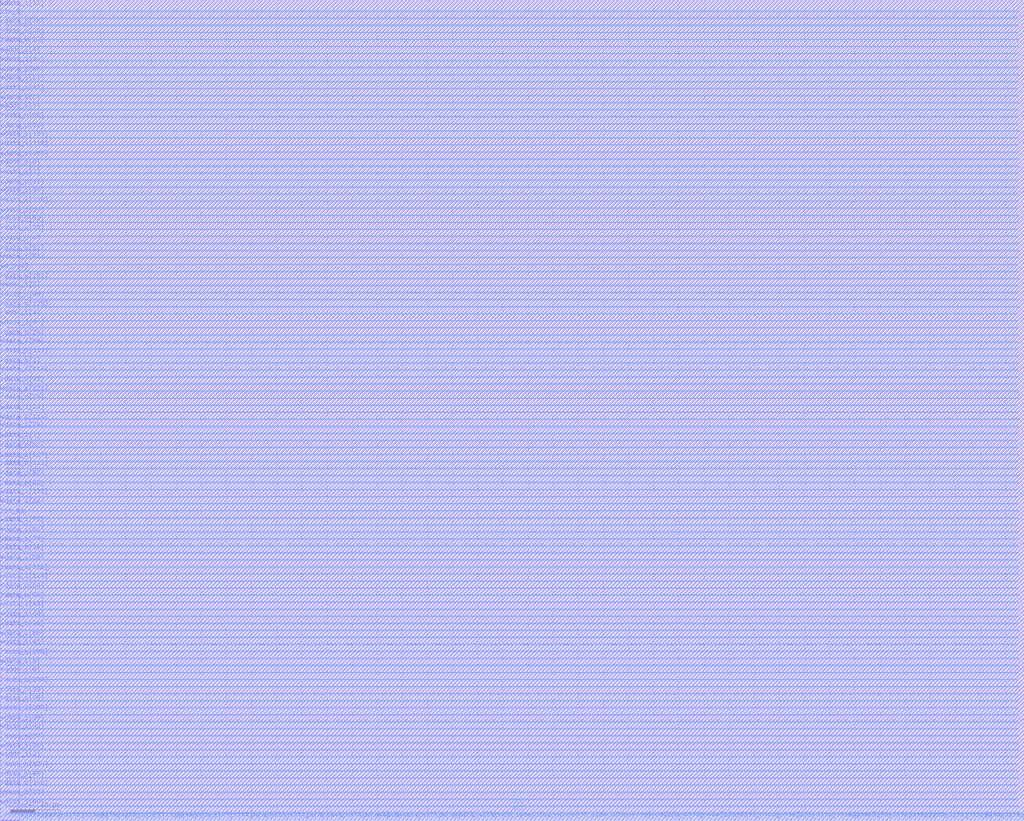
<source format=lef>
VERSION 5.8 ;
BUSBITCHARS "[]" ;
DIVIDERCHAR "/" ;
UNITS
    DATABASE MICRONS 2000 ;
END UNITS

MACRO ariane_regfile
  FOREIGN ariane_regfile 0 0 ;
  CLASS BLOCK ;
  SIZE 203.65 BY 163.32 ;
  PIN VSS
    USE GROUND ;
    DIRECTION INOUT ;
    PORT
      LAYER metal4 ;
        RECT  1.14 160.915 202.54 161.085 ;
        RECT  1.14 158.115 202.54 158.285 ;
        RECT  1.14 155.315 202.54 155.485 ;
        RECT  1.14 152.515 202.54 152.685 ;
        RECT  1.14 149.715 202.54 149.885 ;
        RECT  1.14 146.915 202.54 147.085 ;
        RECT  1.14 144.115 202.54 144.285 ;
        RECT  1.14 141.315 202.54 141.485 ;
        RECT  1.14 138.515 202.54 138.685 ;
        RECT  1.14 135.715 202.54 135.885 ;
        RECT  1.14 132.915 202.54 133.085 ;
        RECT  1.14 130.115 202.54 130.285 ;
        RECT  1.14 127.315 202.54 127.485 ;
        RECT  1.14 124.515 202.54 124.685 ;
        RECT  1.14 121.715 202.54 121.885 ;
        RECT  1.14 118.915 202.54 119.085 ;
        RECT  1.14 116.115 202.54 116.285 ;
        RECT  1.14 113.315 202.54 113.485 ;
        RECT  1.14 110.515 202.54 110.685 ;
        RECT  1.14 107.715 202.54 107.885 ;
        RECT  1.14 104.915 202.54 105.085 ;
        RECT  1.14 102.115 202.54 102.285 ;
        RECT  1.14 99.315 202.54 99.485 ;
        RECT  1.14 96.515 202.54 96.685 ;
        RECT  1.14 93.715 202.54 93.885 ;
        RECT  1.14 90.915 202.54 91.085 ;
        RECT  1.14 88.115 202.54 88.285 ;
        RECT  1.14 85.315 202.54 85.485 ;
        RECT  1.14 82.515 202.54 82.685 ;
        RECT  1.14 79.715 202.54 79.885 ;
        RECT  1.14 76.915 202.54 77.085 ;
        RECT  1.14 74.115 202.54 74.285 ;
        RECT  1.14 71.315 202.54 71.485 ;
        RECT  1.14 68.515 202.54 68.685 ;
        RECT  1.14 65.715 202.54 65.885 ;
        RECT  1.14 62.915 202.54 63.085 ;
        RECT  1.14 60.115 202.54 60.285 ;
        RECT  1.14 57.315 202.54 57.485 ;
        RECT  1.14 54.515 202.54 54.685 ;
        RECT  1.14 51.715 202.54 51.885 ;
        RECT  1.14 48.915 202.54 49.085 ;
        RECT  1.14 46.115 202.54 46.285 ;
        RECT  1.14 43.315 202.54 43.485 ;
        RECT  1.14 40.515 202.54 40.685 ;
        RECT  1.14 37.715 202.54 37.885 ;
        RECT  1.14 34.915 202.54 35.085 ;
        RECT  1.14 32.115 202.54 32.285 ;
        RECT  1.14 29.315 202.54 29.485 ;
        RECT  1.14 26.515 202.54 26.685 ;
        RECT  1.14 23.715 202.54 23.885 ;
        RECT  1.14 20.915 202.54 21.085 ;
        RECT  1.14 18.115 202.54 18.285 ;
        RECT  1.14 15.315 202.54 15.485 ;
        RECT  1.14 12.515 202.54 12.685 ;
        RECT  1.14 9.715 202.54 9.885 ;
        RECT  1.14 6.915 202.54 7.085 ;
        RECT  1.14 4.115 202.54 4.285 ;
        RECT  1.14 1.315 202.54 1.485 ;
    END
  END VSS
  PIN VDD
    USE POWER ;
    DIRECTION INOUT ;
    PORT
      LAYER metal4 ;
        RECT  1.14 159.515 202.54 159.685 ;
        RECT  1.14 156.715 202.54 156.885 ;
        RECT  1.14 153.915 202.54 154.085 ;
        RECT  1.14 151.115 202.54 151.285 ;
        RECT  1.14 148.315 202.54 148.485 ;
        RECT  1.14 145.515 202.54 145.685 ;
        RECT  1.14 142.715 202.54 142.885 ;
        RECT  1.14 139.915 202.54 140.085 ;
        RECT  1.14 137.115 202.54 137.285 ;
        RECT  1.14 134.315 202.54 134.485 ;
        RECT  1.14 131.515 202.54 131.685 ;
        RECT  1.14 128.715 202.54 128.885 ;
        RECT  1.14 125.915 202.54 126.085 ;
        RECT  1.14 123.115 202.54 123.285 ;
        RECT  1.14 120.315 202.54 120.485 ;
        RECT  1.14 117.515 202.54 117.685 ;
        RECT  1.14 114.715 202.54 114.885 ;
        RECT  1.14 111.915 202.54 112.085 ;
        RECT  1.14 109.115 202.54 109.285 ;
        RECT  1.14 106.315 202.54 106.485 ;
        RECT  1.14 103.515 202.54 103.685 ;
        RECT  1.14 100.715 202.54 100.885 ;
        RECT  1.14 97.915 202.54 98.085 ;
        RECT  1.14 95.115 202.54 95.285 ;
        RECT  1.14 92.315 202.54 92.485 ;
        RECT  1.14 89.515 202.54 89.685 ;
        RECT  1.14 86.715 202.54 86.885 ;
        RECT  1.14 83.915 202.54 84.085 ;
        RECT  1.14 81.115 202.54 81.285 ;
        RECT  1.14 78.315 202.54 78.485 ;
        RECT  1.14 75.515 202.54 75.685 ;
        RECT  1.14 72.715 202.54 72.885 ;
        RECT  1.14 69.915 202.54 70.085 ;
        RECT  1.14 67.115 202.54 67.285 ;
        RECT  1.14 64.315 202.54 64.485 ;
        RECT  1.14 61.515 202.54 61.685 ;
        RECT  1.14 58.715 202.54 58.885 ;
        RECT  1.14 55.915 202.54 56.085 ;
        RECT  1.14 53.115 202.54 53.285 ;
        RECT  1.14 50.315 202.54 50.485 ;
        RECT  1.14 47.515 202.54 47.685 ;
        RECT  1.14 44.715 202.54 44.885 ;
        RECT  1.14 41.915 202.54 42.085 ;
        RECT  1.14 39.115 202.54 39.285 ;
        RECT  1.14 36.315 202.54 36.485 ;
        RECT  1.14 33.515 202.54 33.685 ;
        RECT  1.14 30.715 202.54 30.885 ;
        RECT  1.14 27.915 202.54 28.085 ;
        RECT  1.14 25.115 202.54 25.285 ;
        RECT  1.14 22.315 202.54 22.485 ;
        RECT  1.14 19.515 202.54 19.685 ;
        RECT  1.14 16.715 202.54 16.885 ;
        RECT  1.14 13.915 202.54 14.085 ;
        RECT  1.14 11.115 202.54 11.285 ;
        RECT  1.14 8.315 202.54 8.485 ;
        RECT  1.14 5.515 202.54 5.685 ;
        RECT  1.14 2.715 202.54 2.885 ;
    END
  END VDD
  PIN clk_i
    DIRECTION INPUT ;
    USE SIGNAL ;
    PORT
      LAYER metal3 ;
        RECT  0 159.915 0.07 159.985 ;
    END
  END clk_i
  PIN raddr_i[0]
    DIRECTION INPUT ;
    USE SIGNAL ;
    PORT
      LAYER metal3 ;
        RECT  0 129.955 0.07 130.025 ;
    END
  END raddr_i[0]
  PIN raddr_i[1]
    DIRECTION INPUT ;
    USE SIGNAL ;
    PORT
      LAYER metal3 ;
        RECT  203.58 19.075 203.65 19.145 ;
    END
  END raddr_i[1]
  PIN raddr_i[2]
    DIRECTION INPUT ;
    USE SIGNAL ;
    PORT
      LAYER metal3 ;
        RECT  203.58 41.475 203.65 41.545 ;
    END
  END raddr_i[2]
  PIN raddr_i[3]
    DIRECTION INPUT ;
    USE SIGNAL ;
    PORT
      LAYER metal3 ;
        RECT  203.58 152.075 203.65 152.145 ;
    END
  END raddr_i[3]
  PIN raddr_i[4]
    DIRECTION INPUT ;
    USE SIGNAL ;
    PORT
      LAYER metal3 ;
        RECT  0 99.995 0.07 100.065 ;
    END
  END raddr_i[4]
  PIN raddr_i[5]
    DIRECTION INPUT ;
    USE SIGNAL ;
    PORT
      LAYER metal4 ;
        RECT  94.105 0 94.245 0.14 ;
    END
  END raddr_i[5]
  PIN raddr_i[6]
    DIRECTION INPUT ;
    USE SIGNAL ;
    PORT
      LAYER metal4 ;
        RECT  116.505 0 116.645 0.14 ;
    END
  END raddr_i[6]
  PIN raddr_i[7]
    DIRECTION INPUT ;
    USE SIGNAL ;
    PORT
      LAYER metal3 ;
        RECT  203.58 146.475 203.65 146.545 ;
    END
  END raddr_i[7]
  PIN raddr_i[8]
    DIRECTION INPUT ;
    USE SIGNAL ;
    PORT
      LAYER metal3 ;
        RECT  0 28.875 0.07 28.945 ;
    END
  END raddr_i[8]
  PIN raddr_i[9]
    DIRECTION INPUT ;
    USE SIGNAL ;
    PORT
      LAYER metal4 ;
        RECT  112.585 0 112.725 0.14 ;
    END
  END raddr_i[9]
  PIN rdata_o[0]
    DIRECTION OUTPUT ;
    USE SIGNAL ;
    PORT
      LAYER metal4 ;
        RECT  167.465 163.18 167.605 163.32 ;
    END
  END rdata_o[0]
  PIN rdata_o[100]
    DIRECTION OUTPUT ;
    USE SIGNAL ;
    PORT
      LAYER metal3 ;
        RECT  203.58 99.715 203.65 99.785 ;
    END
  END rdata_o[100]
  PIN rdata_o[101]
    DIRECTION OUTPUT ;
    USE SIGNAL ;
    PORT
      LAYER metal3 ;
        RECT  0 107.275 0.07 107.345 ;
    END
  END rdata_o[101]
  PIN rdata_o[102]
    DIRECTION OUTPUT ;
    USE SIGNAL ;
    PORT
      LAYER metal3 ;
        RECT  203.58 5.915 203.65 5.985 ;
    END
  END rdata_o[102]
  PIN rdata_o[103]
    DIRECTION OUTPUT ;
    USE SIGNAL ;
    PORT
      LAYER metal4 ;
        RECT  67.785 0 67.925 0.14 ;
    END
  END rdata_o[103]
  PIN rdata_o[104]
    DIRECTION OUTPUT ;
    USE SIGNAL ;
    PORT
      LAYER metal3 ;
        RECT  0 26.915 0.07 26.985 ;
    END
  END rdata_o[104]
  PIN rdata_o[105]
    DIRECTION OUTPUT ;
    USE SIGNAL ;
    PORT
      LAYER metal3 ;
        RECT  203.58 86.555 203.65 86.625 ;
    END
  END rdata_o[105]
  PIN rdata_o[106]
    DIRECTION OUTPUT ;
    USE SIGNAL ;
    PORT
      LAYER metal3 ;
        RECT  0 32.515 0.07 32.585 ;
    END
  END rdata_o[106]
  PIN rdata_o[107]
    DIRECTION OUTPUT ;
    USE SIGNAL ;
    PORT
      LAYER metal4 ;
        RECT  62.745 163.18 62.885 163.32 ;
    END
  END rdata_o[107]
  PIN rdata_o[108]
    DIRECTION OUTPUT ;
    USE SIGNAL ;
    PORT
      LAYER metal3 ;
        RECT  0 6.475 0.07 6.545 ;
    END
  END rdata_o[108]
  PIN rdata_o[109]
    DIRECTION OUTPUT ;
    USE SIGNAL ;
    PORT
      LAYER metal4 ;
        RECT  10.105 163.18 10.245 163.32 ;
    END
  END rdata_o[109]
  PIN rdata_o[10]
    DIRECTION OUTPUT ;
    USE SIGNAL ;
    PORT
      LAYER metal3 ;
        RECT  203.58 24.675 203.65 24.745 ;
    END
  END rdata_o[10]
  PIN rdata_o[110]
    DIRECTION OUTPUT ;
    USE SIGNAL ;
    PORT
      LAYER metal3 ;
        RECT  0 49.315 0.07 49.385 ;
    END
  END rdata_o[110]
  PIN rdata_o[111]
    DIRECTION OUTPUT ;
    USE SIGNAL ;
    PORT
      LAYER metal3 ;
        RECT  0 70.035 0.07 70.105 ;
    END
  END rdata_o[111]
  PIN rdata_o[112]
    DIRECTION OUTPUT ;
    USE SIGNAL ;
    PORT
      LAYER metal3 ;
        RECT  203.58 108.955 203.65 109.025 ;
    END
  END rdata_o[112]
  PIN rdata_o[113]
    DIRECTION OUTPUT ;
    USE SIGNAL ;
    PORT
      LAYER metal3 ;
        RECT  0 92.435 0.07 92.505 ;
    END
  END rdata_o[113]
  PIN rdata_o[114]
    DIRECTION OUTPUT ;
    USE SIGNAL ;
    PORT
      LAYER metal3 ;
        RECT  203.58 34.195 203.65 34.265 ;
    END
  END rdata_o[114]
  PIN rdata_o[115]
    DIRECTION OUTPUT ;
    USE SIGNAL ;
    PORT
      LAYER metal4 ;
        RECT  77.865 163.18 78.005 163.32 ;
    END
  END rdata_o[115]
  PIN rdata_o[116]
    DIRECTION OUTPUT ;
    USE SIGNAL ;
    PORT
      LAYER metal4 ;
        RECT  81.225 163.18 81.365 163.32 ;
    END
  END rdata_o[116]
  PIN rdata_o[117]
    DIRECTION OUTPUT ;
    USE SIGNAL ;
    PORT
      LAYER metal3 ;
        RECT  203.58 13.475 203.65 13.545 ;
    END
  END rdata_o[117]
  PIN rdata_o[118]
    DIRECTION OUTPUT ;
    USE SIGNAL ;
    PORT
      LAYER metal4 ;
        RECT  156.265 163.18 156.405 163.32 ;
    END
  END rdata_o[118]
  PIN rdata_o[119]
    DIRECTION OUTPUT ;
    USE SIGNAL ;
    PORT
      LAYER metal3 ;
        RECT  203.58 112.595 203.65 112.665 ;
    END
  END rdata_o[119]
  PIN rdata_o[11]
    DIRECTION OUTPUT ;
    USE SIGNAL ;
    PORT
      LAYER metal4 ;
        RECT  85.145 163.18 85.285 163.32 ;
    END
  END rdata_o[11]
  PIN rdata_o[120]
    DIRECTION OUTPUT ;
    USE SIGNAL ;
    PORT
      LAYER metal3 ;
        RECT  0 10.115 0.07 10.185 ;
    END
  END rdata_o[120]
  PIN rdata_o[121]
    DIRECTION OUTPUT ;
    USE SIGNAL ;
    PORT
      LAYER metal4 ;
        RECT  70.025 163.18 70.165 163.32 ;
    END
  END rdata_o[121]
  PIN rdata_o[122]
    DIRECTION OUTPUT ;
    USE SIGNAL ;
    PORT
      LAYER metal3 ;
        RECT  203.58 114.555 203.65 114.625 ;
    END
  END rdata_o[122]
  PIN rdata_o[123]
    DIRECTION OUTPUT ;
    USE SIGNAL ;
    PORT
      LAYER metal3 ;
        RECT  203.58 9.835 203.65 9.905 ;
    END
  END rdata_o[123]
  PIN rdata_o[124]
    DIRECTION OUTPUT ;
    USE SIGNAL ;
    PORT
      LAYER metal3 ;
        RECT  203.58 159.355 203.65 159.425 ;
    END
  END rdata_o[124]
  PIN rdata_o[125]
    DIRECTION OUTPUT ;
    USE SIGNAL ;
    PORT
      LAYER metal3 ;
        RECT  0 101.675 0.07 101.745 ;
    END
  END rdata_o[125]
  PIN rdata_o[126]
    DIRECTION OUTPUT ;
    USE SIGNAL ;
    PORT
      LAYER metal3 ;
        RECT  203.58 4.235 203.65 4.305 ;
    END
  END rdata_o[126]
  PIN rdata_o[127]
    DIRECTION OUTPUT ;
    USE SIGNAL ;
    PORT
      LAYER metal3 ;
        RECT  203.58 21.035 203.65 21.105 ;
    END
  END rdata_o[127]
  PIN rdata_o[12]
    DIRECTION OUTPUT ;
    USE SIGNAL ;
    PORT
      LAYER metal4 ;
        RECT  148.985 163.18 149.125 163.32 ;
    END
  END rdata_o[12]
  PIN rdata_o[13]
    DIRECTION OUTPUT ;
    USE SIGNAL ;
    PORT
      LAYER metal3 ;
        RECT  0 154.315 0.07 154.385 ;
    END
  END rdata_o[13]
  PIN rdata_o[14]
    DIRECTION OUTPUT ;
    USE SIGNAL ;
    PORT
      LAYER metal3 ;
        RECT  203.58 155.715 203.65 155.785 ;
    END
  END rdata_o[14]
  PIN rdata_o[15]
    DIRECTION OUTPUT ;
    USE SIGNAL ;
    PORT
      LAYER metal4 ;
        RECT  71.145 0 71.285 0.14 ;
    END
  END rdata_o[15]
  PIN rdata_o[16]
    DIRECTION OUTPUT ;
    USE SIGNAL ;
    PORT
      LAYER metal3 ;
        RECT  203.58 52.955 203.65 53.025 ;
    END
  END rdata_o[16]
  PIN rdata_o[17]
    DIRECTION OUTPUT ;
    USE SIGNAL ;
    PORT
      LAYER metal3 ;
        RECT  0 126.035 0.07 126.105 ;
    END
  END rdata_o[17]
  PIN rdata_o[18]
    DIRECTION OUTPUT ;
    USE SIGNAL ;
    PORT
      LAYER metal4 ;
        RECT  40.345 163.18 40.485 163.32 ;
    END
  END rdata_o[18]
  PIN rdata_o[19]
    DIRECTION OUTPUT ;
    USE SIGNAL ;
    PORT
      LAYER metal3 ;
        RECT  203.58 123.795 203.65 123.865 ;
    END
  END rdata_o[19]
  PIN rdata_o[1]
    DIRECTION OUTPUT ;
    USE SIGNAL ;
    PORT
      LAYER metal3 ;
        RECT  0 90.475 0.07 90.545 ;
    END
  END rdata_o[1]
  PIN rdata_o[20]
    DIRECTION OUTPUT ;
    USE SIGNAL ;
    PORT
      LAYER metal3 ;
        RECT  0 96.075 0.07 96.145 ;
    END
  END rdata_o[20]
  PIN rdata_o[21]
    DIRECTION OUTPUT ;
    USE SIGNAL ;
    PORT
      LAYER metal4 ;
        RECT  47.625 163.18 47.765 163.32 ;
    END
  END rdata_o[21]
  PIN rdata_o[22]
    DIRECTION OUTPUT ;
    USE SIGNAL ;
    PORT
      LAYER metal3 ;
        RECT  0 24.955 0.07 25.025 ;
    END
  END rdata_o[22]
  PIN rdata_o[23]
    DIRECTION OUTPUT ;
    USE SIGNAL ;
    PORT
      LAYER metal3 ;
        RECT  203.58 67.795 203.65 67.865 ;
    END
  END rdata_o[23]
  PIN rdata_o[24]
    DIRECTION OUTPUT ;
    USE SIGNAL ;
    PORT
      LAYER metal4 ;
        RECT  14.025 163.18 14.165 163.32 ;
    END
  END rdata_o[24]
  PIN rdata_o[25]
    DIRECTION OUTPUT ;
    USE SIGNAL ;
    PORT
      LAYER metal4 ;
        RECT  194.905 0 195.045 0.14 ;
    END
  END rdata_o[25]
  PIN rdata_o[26]
    DIRECTION OUTPUT ;
    USE SIGNAL ;
    PORT
      LAYER metal3 ;
        RECT  203.58 78.995 203.65 79.065 ;
    END
  END rdata_o[26]
  PIN rdata_o[27]
    DIRECTION OUTPUT ;
    USE SIGNAL ;
    PORT
      LAYER metal3 ;
        RECT  0 15.715 0.07 15.785 ;
    END
  END rdata_o[27]
  PIN rdata_o[28]
    DIRECTION OUTPUT ;
    USE SIGNAL ;
    PORT
      LAYER metal3 ;
        RECT  0 116.795 0.07 116.865 ;
    END
  END rdata_o[28]
  PIN rdata_o[29]
    DIRECTION OUTPUT ;
    USE SIGNAL ;
    PORT
      LAYER metal3 ;
        RECT  0 155.995 0.07 156.065 ;
    END
  END rdata_o[29]
  PIN rdata_o[2]
    DIRECTION OUTPUT ;
    USE SIGNAL ;
    PORT
      LAYER metal3 ;
        RECT  203.58 136.955 203.65 137.025 ;
    END
  END rdata_o[2]
  PIN rdata_o[30]
    DIRECTION OUTPUT ;
    USE SIGNAL ;
    PORT
      LAYER metal4 ;
        RECT  15.145 0 15.285 0.14 ;
    END
  END rdata_o[30]
  PIN rdata_o[31]
    DIRECTION OUTPUT ;
    USE SIGNAL ;
    PORT
      LAYER metal3 ;
        RECT  0 86.835 0.07 86.905 ;
    END
  END rdata_o[31]
  PIN rdata_o[32]
    DIRECTION OUTPUT ;
    USE SIGNAL ;
    PORT
      LAYER metal3 ;
        RECT  203.58 127.715 203.65 127.785 ;
    END
  END rdata_o[32]
  PIN rdata_o[33]
    DIRECTION OUTPUT ;
    USE SIGNAL ;
    PORT
      LAYER metal4 ;
        RECT  48.745 0 48.885 0.14 ;
    END
  END rdata_o[33]
  PIN rdata_o[34]
    DIRECTION OUTPUT ;
    USE SIGNAL ;
    PORT
      LAYER metal3 ;
        RECT  203.58 45.395 203.65 45.465 ;
    END
  END rdata_o[34]
  PIN rdata_o[35]
    DIRECTION OUTPUT ;
    USE SIGNAL ;
    PORT
      LAYER metal3 ;
        RECT  203.58 138.915 203.65 138.985 ;
    END
  END rdata_o[35]
  PIN rdata_o[36]
    DIRECTION OUTPUT ;
    USE SIGNAL ;
    PORT
      LAYER metal4 ;
        RECT  105.305 0 105.445 0.14 ;
    END
  END rdata_o[36]
  PIN rdata_o[37]
    DIRECTION OUTPUT ;
    USE SIGNAL ;
    PORT
      LAYER metal4 ;
        RECT  6.745 163.18 6.885 163.32 ;
    END
  END rdata_o[37]
  PIN rdata_o[38]
    DIRECTION OUTPUT ;
    USE SIGNAL ;
    PORT
      LAYER metal4 ;
        RECT  63.865 0 64.005 0.14 ;
    END
  END rdata_o[38]
  PIN rdata_o[39]
    DIRECTION OUTPUT ;
    USE SIGNAL ;
    PORT
      LAYER metal4 ;
        RECT  189.865 163.18 190.005 163.32 ;
    END
  END rdata_o[39]
  PIN rdata_o[3]
    DIRECTION OUTPUT ;
    USE SIGNAL ;
    PORT
      LAYER metal3 ;
        RECT  203.58 22.995 203.65 23.065 ;
    END
  END rdata_o[3]
  PIN rdata_o[40]
    DIRECTION OUTPUT ;
    USE SIGNAL ;
    PORT
      LAYER metal4 ;
        RECT  190.985 0 191.125 0.14 ;
    END
  END rdata_o[40]
  PIN rdata_o[41]
    DIRECTION OUTPUT ;
    USE SIGNAL ;
    PORT
      LAYER metal4 ;
        RECT  89.065 163.18 89.205 163.32 ;
    END
  END rdata_o[41]
  PIN rdata_o[42]
    DIRECTION OUTPUT ;
    USE SIGNAL ;
    PORT
      LAYER metal3 ;
        RECT  203.58 110.915 203.65 110.985 ;
    END
  END rdata_o[42]
  PIN rdata_o[43]
    DIRECTION OUTPUT ;
    USE SIGNAL ;
    PORT
      LAYER metal4 ;
        RECT  185.945 163.18 186.085 163.32 ;
    END
  END rdata_o[43]
  PIN rdata_o[44]
    DIRECTION OUTPUT ;
    USE SIGNAL ;
    PORT
      LAYER metal4 ;
        RECT  111.465 163.18 111.605 163.32 ;
    END
  END rdata_o[44]
  PIN rdata_o[45]
    DIRECTION OUTPUT ;
    USE SIGNAL ;
    PORT
      LAYER metal3 ;
        RECT  0 8.155 0.07 8.225 ;
    END
  END rdata_o[45]
  PIN rdata_o[46]
    DIRECTION OUTPUT ;
    USE SIGNAL ;
    PORT
      LAYER metal4 ;
        RECT  58.825 163.18 58.965 163.32 ;
    END
  END rdata_o[46]
  PIN rdata_o[47]
    DIRECTION OUTPUT ;
    USE SIGNAL ;
    PORT
      LAYER metal3 ;
        RECT  203.58 56.595 203.65 56.665 ;
    END
  END rdata_o[47]
  PIN rdata_o[48]
    DIRECTION OUTPUT ;
    USE SIGNAL ;
    PORT
      LAYER metal4 ;
        RECT  59.945 0 60.085 0.14 ;
    END
  END rdata_o[48]
  PIN rdata_o[49]
    DIRECTION OUTPUT ;
    USE SIGNAL ;
    PORT
      LAYER metal4 ;
        RECT  30.265 0 30.405 0.14 ;
    END
  END rdata_o[49]
  PIN rdata_o[4]
    DIRECTION OUTPUT ;
    USE SIGNAL ;
    PORT
      LAYER metal3 ;
        RECT  0 114.835 0.07 114.905 ;
    END
  END rdata_o[4]
  PIN rdata_o[50]
    DIRECTION OUTPUT ;
    USE SIGNAL ;
    PORT
      LAYER metal4 ;
        RECT  21.305 163.18 21.445 163.32 ;
    END
  END rdata_o[50]
  PIN rdata_o[51]
    DIRECTION OUTPUT ;
    USE SIGNAL ;
    PORT
      LAYER metal3 ;
        RECT  0 112.875 0.07 112.945 ;
    END
  END rdata_o[51]
  PIN rdata_o[52]
    DIRECTION OUTPUT ;
    USE SIGNAL ;
    PORT
      LAYER metal3 ;
        RECT  0 118.755 0.07 118.825 ;
    END
  END rdata_o[52]
  PIN rdata_o[53]
    DIRECTION OUTPUT ;
    USE SIGNAL ;
    PORT
      LAYER metal4 ;
        RECT  129.945 163.18 130.085 163.32 ;
    END
  END rdata_o[53]
  PIN rdata_o[54]
    DIRECTION OUTPUT ;
    USE SIGNAL ;
    PORT
      LAYER metal3 ;
        RECT  0 43.715 0.07 43.785 ;
    END
  END rdata_o[54]
  PIN rdata_o[55]
    DIRECTION OUTPUT ;
    USE SIGNAL ;
    PORT
      LAYER metal3 ;
        RECT  0 139.195 0.07 139.265 ;
    END
  END rdata_o[55]
  PIN rdata_o[56]
    DIRECTION OUTPUT ;
    USE SIGNAL ;
    PORT
      LAYER metal3 ;
        RECT  203.58 131.355 203.65 131.425 ;
    END
  END rdata_o[56]
  PIN rdata_o[57]
    DIRECTION OUTPUT ;
    USE SIGNAL ;
    PORT
      LAYER metal4 ;
        RECT  86.265 0 86.405 0.14 ;
    END
  END rdata_o[57]
  PIN rdata_o[58]
    DIRECTION OUTPUT ;
    USE SIGNAL ;
    PORT
      LAYER metal3 ;
        RECT  203.58 32.235 203.65 32.305 ;
    END
  END rdata_o[58]
  PIN rdata_o[59]
    DIRECTION OUTPUT ;
    USE SIGNAL ;
    PORT
      LAYER metal4 ;
        RECT  82.905 0 83.045 0.14 ;
    END
  END rdata_o[59]
  PIN rdata_o[5]
    DIRECTION OUTPUT ;
    USE SIGNAL ;
    PORT
      LAYER metal4 ;
        RECT  182.585 163.18 182.725 163.32 ;
    END
  END rdata_o[5]
  PIN rdata_o[60]
    DIRECTION OUTPUT ;
    USE SIGNAL ;
    PORT
      LAYER metal4 ;
        RECT  55.465 163.18 55.605 163.32 ;
    END
  END rdata_o[60]
  PIN rdata_o[61]
    DIRECTION OUTPUT ;
    USE SIGNAL ;
    PORT
      LAYER metal3 ;
        RECT  203.58 103.355 203.65 103.425 ;
    END
  END rdata_o[61]
  PIN rdata_o[62]
    DIRECTION OUTPUT ;
    USE SIGNAL ;
    PORT
      LAYER metal3 ;
        RECT  203.58 54.635 203.65 54.705 ;
    END
  END rdata_o[62]
  PIN rdata_o[63]
    DIRECTION OUTPUT ;
    USE SIGNAL ;
    PORT
      LAYER metal3 ;
        RECT  0 73.675 0.07 73.745 ;
    END
  END rdata_o[63]
  PIN rdata_o[64]
    DIRECTION OUTPUT ;
    USE SIGNAL ;
    PORT
      LAYER metal3 ;
        RECT  0 45.675 0.07 45.745 ;
    END
  END rdata_o[64]
  PIN rdata_o[65]
    DIRECTION OUTPUT ;
    USE SIGNAL ;
    PORT
      LAYER metal4 ;
        RECT  45.385 0 45.525 0.14 ;
    END
  END rdata_o[65]
  PIN rdata_o[66]
    DIRECTION OUTPUT ;
    USE SIGNAL ;
    PORT
      LAYER metal4 ;
        RECT  146.185 0 146.325 0.14 ;
    END
  END rdata_o[66]
  PIN rdata_o[67]
    DIRECTION OUTPUT ;
    USE SIGNAL ;
    PORT
      LAYER metal4 ;
        RECT  179.785 0 179.925 0.14 ;
    END
  END rdata_o[67]
  PIN rdata_o[68]
    DIRECTION OUTPUT ;
    USE SIGNAL ;
    PORT
      LAYER metal4 ;
        RECT  25.225 163.18 25.365 163.32 ;
    END
  END rdata_o[68]
  PIN rdata_o[69]
    DIRECTION OUTPUT ;
    USE SIGNAL ;
    PORT
      LAYER metal3 ;
        RECT  203.58 144.515 203.65 144.585 ;
    END
  END rdata_o[69]
  PIN rdata_o[6]
    DIRECTION OUTPUT ;
    USE SIGNAL ;
    PORT
      LAYER metal4 ;
        RECT  108.665 0 108.805 0.14 ;
    END
  END rdata_o[6]
  PIN rdata_o[70]
    DIRECTION OUTPUT ;
    USE SIGNAL ;
    PORT
      LAYER metal3 ;
        RECT  203.58 26.635 203.65 26.705 ;
    END
  END rdata_o[70]
  PIN rdata_o[71]
    DIRECTION OUTPUT ;
    USE SIGNAL ;
    PORT
      LAYER metal3 ;
        RECT  0 137.235 0.07 137.305 ;
    END
  END rdata_o[71]
  PIN rdata_o[72]
    DIRECTION OUTPUT ;
    USE SIGNAL ;
    PORT
      LAYER metal4 ;
        RECT  29.145 163.18 29.285 163.32 ;
    END
  END rdata_o[72]
  PIN rdata_o[73]
    DIRECTION OUTPUT ;
    USE SIGNAL ;
    PORT
      LAYER metal3 ;
        RECT  203.58 35.875 203.65 35.945 ;
    END
  END rdata_o[73]
  PIN rdata_o[74]
    DIRECTION OUTPUT ;
    USE SIGNAL ;
    PORT
      LAYER metal4 ;
        RECT  134.985 0 135.125 0.14 ;
    END
  END rdata_o[74]
  PIN rdata_o[75]
    DIRECTION OUTPUT ;
    USE SIGNAL ;
    PORT
      LAYER metal3 ;
        RECT  203.58 120.155 203.65 120.225 ;
    END
  END rdata_o[75]
  PIN rdata_o[76]
    DIRECTION OUTPUT ;
    USE SIGNAL ;
    PORT
      LAYER metal4 ;
        RECT  131.065 0 131.205 0.14 ;
    END
  END rdata_o[76]
  PIN rdata_o[77]
    DIRECTION OUTPUT ;
    USE SIGNAL ;
    PORT
      LAYER metal4 ;
        RECT  160.185 163.18 160.325 163.32 ;
    END
  END rdata_o[77]
  PIN rdata_o[78]
    DIRECTION OUTPUT ;
    USE SIGNAL ;
    PORT
      LAYER metal3 ;
        RECT  0 157.955 0.07 158.025 ;
    END
  END rdata_o[78]
  PIN rdata_o[79]
    DIRECTION OUTPUT ;
    USE SIGNAL ;
    PORT
      LAYER metal3 ;
        RECT  0 83.195 0.07 83.265 ;
    END
  END rdata_o[79]
  PIN rdata_o[7]
    DIRECTION OUTPUT ;
    USE SIGNAL ;
    PORT
      LAYER metal4 ;
        RECT  36.425 163.18 36.565 163.32 ;
    END
  END rdata_o[7]
  PIN rdata_o[80]
    DIRECTION OUTPUT ;
    USE SIGNAL ;
    PORT
      LAYER metal4 ;
        RECT  122.665 163.18 122.805 163.32 ;
    END
  END rdata_o[80]
  PIN rdata_o[81]
    DIRECTION OUTPUT ;
    USE SIGNAL ;
    PORT
      LAYER metal3 ;
        RECT  203.58 37.835 203.65 37.905 ;
    END
  END rdata_o[81]
  PIN rdata_o[82]
    DIRECTION OUTPUT ;
    USE SIGNAL ;
    PORT
      LAYER metal3 ;
        RECT  0 66.115 0.07 66.185 ;
    END
  END rdata_o[82]
  PIN rdata_o[83]
    DIRECTION OUTPUT ;
    USE SIGNAL ;
    PORT
      LAYER metal4 ;
        RECT  43.705 163.18 43.845 163.32 ;
    END
  END rdata_o[83]
  PIN rdata_o[84]
    DIRECTION OUTPUT ;
    USE SIGNAL ;
    PORT
      LAYER metal3 ;
        RECT  203.58 106.995 203.65 107.065 ;
    END
  END rdata_o[84]
  PIN rdata_o[85]
    DIRECTION OUTPUT ;
    USE SIGNAL ;
    PORT
      LAYER metal4 ;
        RECT  100.265 163.18 100.405 163.32 ;
    END
  END rdata_o[85]
  PIN rdata_o[86]
    DIRECTION OUTPUT ;
    USE SIGNAL ;
    PORT
      LAYER metal4 ;
        RECT  2.825 163.18 2.965 163.32 ;
    END
  END rdata_o[86]
  PIN rdata_o[87]
    DIRECTION OUTPUT ;
    USE SIGNAL ;
    PORT
      LAYER metal4 ;
        RECT  165.225 0 165.365 0.14 ;
    END
  END rdata_o[87]
  PIN rdata_o[88]
    DIRECTION OUTPUT ;
    USE SIGNAL ;
    PORT
      LAYER metal3 ;
        RECT  0 103.635 0.07 103.705 ;
    END
  END rdata_o[88]
  PIN rdata_o[89]
    DIRECTION OUTPUT ;
    USE SIGNAL ;
    PORT
      LAYER metal4 ;
        RECT  34.185 0 34.325 0.14 ;
    END
  END rdata_o[89]
  PIN rdata_o[8]
    DIRECTION OUTPUT ;
    USE SIGNAL ;
    PORT
      LAYER metal3 ;
        RECT  203.58 43.435 203.65 43.505 ;
    END
  END rdata_o[8]
  PIN rdata_o[90]
    DIRECTION OUTPUT ;
    USE SIGNAL ;
    PORT
      LAYER metal3 ;
        RECT  203.58 84.595 203.65 84.665 ;
    END
  END rdata_o[90]
  PIN rdata_o[91]
    DIRECTION OUTPUT ;
    USE SIGNAL ;
    PORT
      LAYER metal3 ;
        RECT  203.58 90.195 203.65 90.265 ;
    END
  END rdata_o[91]
  PIN rdata_o[92]
    DIRECTION OUTPUT ;
    USE SIGNAL ;
    PORT
      LAYER metal4 ;
        RECT  103.625 163.18 103.765 163.32 ;
    END
  END rdata_o[92]
  PIN rdata_o[93]
    DIRECTION OUTPUT ;
    USE SIGNAL ;
    PORT
      LAYER metal3 ;
        RECT  203.58 73.395 203.65 73.465 ;
    END
  END rdata_o[93]
  PIN rdata_o[94]
    DIRECTION OUTPUT ;
    USE SIGNAL ;
    PORT
      LAYER metal3 ;
        RECT  203.58 75.355 203.65 75.425 ;
    END
  END rdata_o[94]
  PIN rdata_o[95]
    DIRECTION OUTPUT ;
    USE SIGNAL ;
    PORT
      LAYER metal3 ;
        RECT  0 23.275 0.07 23.345 ;
    END
  END rdata_o[95]
  PIN rdata_o[96]
    DIRECTION OUTPUT ;
    USE SIGNAL ;
    PORT
      LAYER metal3 ;
        RECT  203.58 105.315 203.65 105.385 ;
    END
  END rdata_o[96]
  PIN rdata_o[97]
    DIRECTION OUTPUT ;
    USE SIGNAL ;
    PORT
      LAYER metal3 ;
        RECT  0 68.075 0.07 68.145 ;
    END
  END rdata_o[97]
  PIN rdata_o[98]
    DIRECTION OUTPUT ;
    USE SIGNAL ;
    PORT
      LAYER metal3 ;
        RECT  0 53.235 0.07 53.305 ;
    END
  END rdata_o[98]
  PIN rdata_o[99]
    DIRECTION OUTPUT ;
    USE SIGNAL ;
    PORT
      LAYER metal4 ;
        RECT  150.105 0 150.245 0.14 ;
    END
  END rdata_o[99]
  PIN rdata_o[9]
    DIRECTION OUTPUT ;
    USE SIGNAL ;
    PORT
      LAYER metal4 ;
        RECT  101.385 0 101.525 0.14 ;
    END
  END rdata_o[9]
  PIN rst_ni
    DIRECTION INPUT ;
    USE SIGNAL ;
    PORT
      LAYER metal3 ;
        RECT  0 60.515 0.07 60.585 ;
    END
  END rst_ni
  PIN test_en_i
    DIRECTION INPUT ;
    USE SIGNAL ;
    PORT
      LAYER metal3 ;
        RECT  203.58 101.395 203.65 101.465 ;
    END
  END test_en_i
  PIN waddr_i[0]
    DIRECTION INPUT ;
    USE SIGNAL ;
    PORT
      LAYER metal3 ;
        RECT  203.58 11.515 203.65 11.585 ;
    END
  END waddr_i[0]
  PIN waddr_i[1]
    DIRECTION INPUT ;
    USE SIGNAL ;
    PORT
      LAYER metal4 ;
        RECT  201.065 163.18 201.205 163.32 ;
    END
  END waddr_i[1]
  PIN waddr_i[2]
    DIRECTION INPUT ;
    USE SIGNAL ;
    PORT
      LAYER metal3 ;
        RECT  0 12.075 0.07 12.145 ;
    END
  END waddr_i[2]
  PIN waddr_i[3]
    DIRECTION INPUT ;
    USE SIGNAL ;
    PORT
      LAYER metal3 ;
        RECT  0 105.595 0.07 105.665 ;
    END
  END waddr_i[3]
  PIN waddr_i[4]
    DIRECTION INPUT ;
    USE SIGNAL ;
    PORT
      LAYER metal3 ;
        RECT  0 152.355 0.07 152.425 ;
    END
  END waddr_i[4]
  PIN waddr_i[5]
    DIRECTION INPUT ;
    USE SIGNAL ;
    PORT
      LAYER metal3 ;
        RECT  203.58 118.195 203.65 118.265 ;
    END
  END waddr_i[5]
  PIN waddr_i[6]
    DIRECTION INPUT ;
    USE SIGNAL ;
    PORT
      LAYER metal4 ;
        RECT  137.785 163.18 137.925 163.32 ;
    END
  END waddr_i[6]
  PIN waddr_i[7]
    DIRECTION INPUT ;
    USE SIGNAL ;
    PORT
      LAYER metal3 ;
        RECT  0 141.155 0.07 141.225 ;
    END
  END waddr_i[7]
  PIN waddr_i[8]
    DIRECTION INPUT ;
    USE SIGNAL ;
    PORT
      LAYER metal4 ;
        RECT  154.025 0 154.165 0.14 ;
    END
  END waddr_i[8]
  PIN waddr_i[9]
    DIRECTION INPUT ;
    USE SIGNAL ;
    PORT
      LAYER metal3 ;
        RECT  203.58 50.995 203.65 51.065 ;
    END
  END waddr_i[9]
  PIN wdata_i[0]
    DIRECTION INPUT ;
    USE SIGNAL ;
    PORT
      LAYER metal3 ;
        RECT  203.58 71.435 203.65 71.505 ;
    END
  END wdata_i[0]
  PIN wdata_i[100]
    DIRECTION INPUT ;
    USE SIGNAL ;
    PORT
      LAYER metal3 ;
        RECT  0 21.315 0.07 21.385 ;
    END
  END wdata_i[100]
  PIN wdata_i[101]
    DIRECTION INPUT ;
    USE SIGNAL ;
    PORT
      LAYER metal4 ;
        RECT  174.745 163.18 174.885 163.32 ;
    END
  END wdata_i[101]
  PIN wdata_i[102]
    DIRECTION INPUT ;
    USE SIGNAL ;
    PORT
      LAYER metal4 ;
        RECT  96.345 163.18 96.485 163.32 ;
    END
  END wdata_i[102]
  PIN wdata_i[103]
    DIRECTION INPUT ;
    USE SIGNAL ;
    PORT
      LAYER metal3 ;
        RECT  203.58 69.755 203.65 69.825 ;
    END
  END wdata_i[103]
  PIN wdata_i[104]
    DIRECTION INPUT ;
    USE SIGNAL ;
    PORT
      LAYER metal3 ;
        RECT  203.58 142.555 203.65 142.625 ;
    END
  END wdata_i[104]
  PIN wdata_i[105]
    DIRECTION INPUT ;
    USE SIGNAL ;
    PORT
      LAYER metal3 ;
        RECT  203.58 58.555 203.65 58.625 ;
    END
  END wdata_i[105]
  PIN wdata_i[106]
    DIRECTION INPUT ;
    USE SIGNAL ;
    PORT
      LAYER metal4 ;
        RECT  161.305 0 161.445 0.14 ;
    END
  END wdata_i[106]
  PIN wdata_i[107]
    DIRECTION INPUT ;
    USE SIGNAL ;
    PORT
      LAYER metal3 ;
        RECT  0 131.635 0.07 131.705 ;
    END
  END wdata_i[107]
  PIN wdata_i[108]
    DIRECTION INPUT ;
    USE SIGNAL ;
    PORT
      LAYER metal3 ;
        RECT  203.58 15.435 203.65 15.505 ;
    END
  END wdata_i[108]
  PIN wdata_i[109]
    DIRECTION INPUT ;
    USE SIGNAL ;
    PORT
      LAYER metal3 ;
        RECT  203.58 153.755 203.65 153.825 ;
    END
  END wdata_i[109]
  PIN wdata_i[10]
    DIRECTION INPUT ;
    USE SIGNAL ;
    PORT
      LAYER metal4 ;
        RECT  198.825 0 198.965 0.14 ;
    END
  END wdata_i[10]
  PIN wdata_i[110]
    DIRECTION INPUT ;
    USE SIGNAL ;
    PORT
      LAYER metal3 ;
        RECT  0 133.595 0.07 133.665 ;
    END
  END wdata_i[110]
  PIN wdata_i[111]
    DIRECTION INPUT ;
    USE SIGNAL ;
    PORT
      LAYER metal4 ;
        RECT  26.345 0 26.485 0.14 ;
    END
  END wdata_i[111]
  PIN wdata_i[112]
    DIRECTION INPUT ;
    USE SIGNAL ;
    PORT
      LAYER metal3 ;
        RECT  0 88.795 0.07 88.865 ;
    END
  END wdata_i[112]
  PIN wdata_i[113]
    DIRECTION INPUT ;
    USE SIGNAL ;
    PORT
      LAYER metal4 ;
        RECT  119.865 0 120.005 0.14 ;
    END
  END wdata_i[113]
  PIN wdata_i[114]
    DIRECTION INPUT ;
    USE SIGNAL ;
    PORT
      LAYER metal3 ;
        RECT  0 79.275 0.07 79.345 ;
    END
  END wdata_i[114]
  PIN wdata_i[115]
    DIRECTION INPUT ;
    USE SIGNAL ;
    PORT
      LAYER metal3 ;
        RECT  0 122.395 0.07 122.465 ;
    END
  END wdata_i[115]
  PIN wdata_i[116]
    DIRECTION INPUT ;
    USE SIGNAL ;
    PORT
      LAYER metal3 ;
        RECT  203.58 2.275 203.65 2.345 ;
    END
  END wdata_i[116]
  PIN wdata_i[117]
    DIRECTION INPUT ;
    USE SIGNAL ;
    PORT
      LAYER metal4 ;
        RECT  141.145 163.18 141.285 163.32 ;
    END
  END wdata_i[117]
  PIN wdata_i[118]
    DIRECTION INPUT ;
    USE SIGNAL ;
    PORT
      LAYER metal3 ;
        RECT  203.58 133.315 203.65 133.385 ;
    END
  END wdata_i[118]
  PIN wdata_i[119]
    DIRECTION INPUT ;
    USE SIGNAL ;
    PORT
      LAYER metal3 ;
        RECT  203.58 92.155 203.65 92.225 ;
    END
  END wdata_i[119]
  PIN wdata_i[11]
    DIRECTION INPUT ;
    USE SIGNAL ;
    PORT
      LAYER metal4 ;
        RECT  126.025 163.18 126.165 163.32 ;
    END
  END wdata_i[11]
  PIN wdata_i[120]
    DIRECTION INPUT ;
    USE SIGNAL ;
    PORT
      LAYER metal4 ;
        RECT  145.065 163.18 145.205 163.32 ;
    END
  END wdata_i[120]
  PIN wdata_i[121]
    DIRECTION INPUT ;
    USE SIGNAL ;
    PORT
      LAYER metal3 ;
        RECT  0 84.875 0.07 84.945 ;
    END
  END wdata_i[121]
  PIN wdata_i[122]
    DIRECTION INPUT ;
    USE SIGNAL ;
    PORT
      LAYER metal4 ;
        RECT  107.545 163.18 107.685 163.32 ;
    END
  END wdata_i[122]
  PIN wdata_i[123]
    DIRECTION INPUT ;
    USE SIGNAL ;
    PORT
      LAYER metal3 ;
        RECT  0 135.555 0.07 135.625 ;
    END
  END wdata_i[123]
  PIN wdata_i[124]
    DIRECTION INPUT ;
    USE SIGNAL ;
    PORT
      LAYER metal3 ;
        RECT  0 47.635 0.07 47.705 ;
    END
  END wdata_i[124]
  PIN wdata_i[125]
    DIRECTION INPUT ;
    USE SIGNAL ;
    PORT
      LAYER metal3 ;
        RECT  0 64.435 0.07 64.505 ;
    END
  END wdata_i[125]
  PIN wdata_i[126]
    DIRECTION INPUT ;
    USE SIGNAL ;
    PORT
      LAYER metal4 ;
        RECT  73.945 163.18 74.085 163.32 ;
    END
  END wdata_i[126]
  PIN wdata_i[127]
    DIRECTION INPUT ;
    USE SIGNAL ;
    PORT
      LAYER metal3 ;
        RECT  0 71.715 0.07 71.785 ;
    END
  END wdata_i[127]
  PIN wdata_i[12]
    DIRECTION INPUT ;
    USE SIGNAL ;
    PORT
      LAYER metal3 ;
        RECT  0 161.595 0.07 161.665 ;
    END
  END wdata_i[12]
  PIN wdata_i[13]
    DIRECTION INPUT ;
    USE SIGNAL ;
    PORT
      LAYER metal3 ;
        RECT  0 4.515 0.07 4.585 ;
    END
  END wdata_i[13]
  PIN wdata_i[14]
    DIRECTION INPUT ;
    USE SIGNAL ;
    PORT
      LAYER metal3 ;
        RECT  203.58 88.515 203.65 88.585 ;
    END
  END wdata_i[14]
  PIN wdata_i[15]
    DIRECTION INPUT ;
    USE SIGNAL ;
    PORT
      LAYER metal4 ;
        RECT  142.265 0 142.405 0.14 ;
    END
  END wdata_i[15]
  PIN wdata_i[16]
    DIRECTION INPUT ;
    USE SIGNAL ;
    PORT
      LAYER metal3 ;
        RECT  203.58 80.955 203.65 81.025 ;
    END
  END wdata_i[16]
  PIN wdata_i[17]
    DIRECTION INPUT ;
    USE SIGNAL ;
    PORT
      LAYER metal3 ;
        RECT  203.58 47.075 203.65 47.145 ;
    END
  END wdata_i[17]
  PIN wdata_i[18]
    DIRECTION INPUT ;
    USE SIGNAL ;
    PORT
      LAYER metal3 ;
        RECT  203.58 7.875 203.65 7.945 ;
    END
  END wdata_i[18]
  PIN wdata_i[19]
    DIRECTION INPUT ;
    USE SIGNAL ;
    PORT
      LAYER metal4 ;
        RECT  193.785 163.18 193.925 163.32 ;
    END
  END wdata_i[19]
  PIN wdata_i[1]
    DIRECTION INPUT ;
    USE SIGNAL ;
    PORT
      LAYER metal3 ;
        RECT  0 75.635 0.07 75.705 ;
    END
  END wdata_i[1]
  PIN wdata_i[20]
    DIRECTION INPUT ;
    USE SIGNAL ;
    PORT
      LAYER metal4 ;
        RECT  127.705 0 127.845 0.14 ;
    END
  END wdata_i[20]
  PIN wdata_i[21]
    DIRECTION INPUT ;
    USE SIGNAL ;
    PORT
      LAYER metal3 ;
        RECT  0 146.755 0.07 146.825 ;
    END
  END wdata_i[21]
  PIN wdata_i[22]
    DIRECTION INPUT ;
    USE SIGNAL ;
    PORT
      LAYER metal3 ;
        RECT  0 62.475 0.07 62.545 ;
    END
  END wdata_i[22]
  PIN wdata_i[23]
    DIRECTION INPUT ;
    USE SIGNAL ;
    PORT
      LAYER metal4 ;
        RECT  66.665 163.18 66.805 163.32 ;
    END
  END wdata_i[23]
  PIN wdata_i[24]
    DIRECTION INPUT ;
    USE SIGNAL ;
    PORT
      LAYER metal3 ;
        RECT  0 81.235 0.07 81.305 ;
    END
  END wdata_i[24]
  PIN wdata_i[25]
    DIRECTION INPUT ;
    USE SIGNAL ;
    PORT
      LAYER metal4 ;
        RECT  22.985 0 23.125 0.14 ;
    END
  END wdata_i[25]
  PIN wdata_i[26]
    DIRECTION INPUT ;
    USE SIGNAL ;
    PORT
      LAYER metal3 ;
        RECT  0 13.755 0.07 13.825 ;
    END
  END wdata_i[26]
  PIN wdata_i[27]
    DIRECTION INPUT ;
    USE SIGNAL ;
    PORT
      LAYER metal3 ;
        RECT  0 120.435 0.07 120.505 ;
    END
  END wdata_i[27]
  PIN wdata_i[28]
    DIRECTION INPUT ;
    USE SIGNAL ;
    PORT
      LAYER metal3 ;
        RECT  0 19.355 0.07 19.425 ;
    END
  END wdata_i[28]
  PIN wdata_i[29]
    DIRECTION INPUT ;
    USE SIGNAL ;
    PORT
      LAYER metal4 ;
        RECT  90.185 0 90.325 0.14 ;
    END
  END wdata_i[29]
  PIN wdata_i[2]
    DIRECTION INPUT ;
    USE SIGNAL ;
    PORT
      LAYER metal3 ;
        RECT  203.58 157.675 203.65 157.745 ;
    END
  END wdata_i[2]
  PIN wdata_i[30]
    DIRECTION INPUT ;
    USE SIGNAL ;
    PORT
      LAYER metal3 ;
        RECT  203.58 65.835 203.65 65.905 ;
    END
  END wdata_i[30]
  PIN wdata_i[31]
    DIRECTION INPUT ;
    USE SIGNAL ;
    PORT
      LAYER metal4 ;
        RECT  183.705 0 183.845 0.14 ;
    END
  END wdata_i[31]
  PIN wdata_i[32]
    DIRECTION INPUT ;
    USE SIGNAL ;
    PORT
      LAYER metal3 ;
        RECT  203.58 161.315 203.65 161.385 ;
    END
  END wdata_i[32]
  PIN wdata_i[33]
    DIRECTION INPUT ;
    USE SIGNAL ;
    PORT
      LAYER metal4 ;
        RECT  176.425 0 176.565 0.14 ;
    END
  END wdata_i[33]
  PIN wdata_i[34]
    DIRECTION INPUT ;
    USE SIGNAL ;
    PORT
      LAYER metal4 ;
        RECT  75.065 0 75.205 0.14 ;
    END
  END wdata_i[34]
  PIN wdata_i[35]
    DIRECTION INPUT ;
    USE SIGNAL ;
    PORT
      LAYER metal4 ;
        RECT  11.785 0 11.925 0.14 ;
    END
  END wdata_i[35]
  PIN wdata_i[36]
    DIRECTION INPUT ;
    USE SIGNAL ;
    PORT
      LAYER metal3 ;
        RECT  203.58 17.395 203.65 17.465 ;
    END
  END wdata_i[36]
  PIN wdata_i[37]
    DIRECTION INPUT ;
    USE SIGNAL ;
    PORT
      LAYER metal3 ;
        RECT  203.58 49.035 203.65 49.105 ;
    END
  END wdata_i[37]
  PIN wdata_i[38]
    DIRECTION INPUT ;
    USE SIGNAL ;
    PORT
      LAYER metal3 ;
        RECT  0 38.115 0.07 38.185 ;
    END
  END wdata_i[38]
  PIN wdata_i[39]
    DIRECTION INPUT ;
    USE SIGNAL ;
    PORT
      LAYER metal3 ;
        RECT  203.58 122.115 203.65 122.185 ;
    END
  END wdata_i[39]
  PIN wdata_i[3]
    DIRECTION INPUT ;
    USE SIGNAL ;
    PORT
      LAYER metal3 ;
        RECT  0 142.835 0.07 142.905 ;
    END
  END wdata_i[3]
  PIN wdata_i[40]
    DIRECTION INPUT ;
    USE SIGNAL ;
    PORT
      LAYER metal3 ;
        RECT  0 150.395 0.07 150.465 ;
    END
  END wdata_i[40]
  PIN wdata_i[41]
    DIRECTION INPUT ;
    USE SIGNAL ;
    PORT
      LAYER metal3 ;
        RECT  0 144.795 0.07 144.865 ;
    END
  END wdata_i[41]
  PIN wdata_i[42]
    DIRECTION INPUT ;
    USE SIGNAL ;
    PORT
      LAYER metal4 ;
        RECT  7.865 0 8.005 0.14 ;
    END
  END wdata_i[42]
  PIN wdata_i[43]
    DIRECTION INPUT ;
    USE SIGNAL ;
    PORT
      LAYER metal3 ;
        RECT  0 42.035 0.07 42.105 ;
    END
  END wdata_i[43]
  PIN wdata_i[44]
    DIRECTION INPUT ;
    USE SIGNAL ;
    PORT
      LAYER metal3 ;
        RECT  203.58 82.635 203.65 82.705 ;
    END
  END wdata_i[44]
  PIN wdata_i[45]
    DIRECTION INPUT ;
    USE SIGNAL ;
    PORT
      LAYER metal3 ;
        RECT  0 34.475 0.07 34.545 ;
    END
  END wdata_i[45]
  PIN wdata_i[46]
    DIRECTION INPUT ;
    USE SIGNAL ;
    PORT
      LAYER metal4 ;
        RECT  171.385 163.18 171.525 163.32 ;
    END
  END wdata_i[46]
  PIN wdata_i[47]
    DIRECTION INPUT ;
    USE SIGNAL ;
    PORT
      LAYER metal3 ;
        RECT  203.58 150.115 203.65 150.185 ;
    END
  END wdata_i[47]
  PIN wdata_i[48]
    DIRECTION INPUT ;
    USE SIGNAL ;
    PORT
      LAYER metal4 ;
        RECT  17.945 163.18 18.085 163.32 ;
    END
  END wdata_i[48]
  PIN wdata_i[49]
    DIRECTION INPUT ;
    USE SIGNAL ;
    PORT
      LAYER metal4 ;
        RECT  37.545 0 37.685 0.14 ;
    END
  END wdata_i[49]
  PIN wdata_i[4]
    DIRECTION INPUT ;
    USE SIGNAL ;
    PORT
      LAYER metal3 ;
        RECT  203.58 94.115 203.65 94.185 ;
    END
  END wdata_i[4]
  PIN wdata_i[50]
    DIRECTION INPUT ;
    USE SIGNAL ;
    PORT
      LAYER metal3 ;
        RECT  203.58 148.155 203.65 148.225 ;
    END
  END wdata_i[50]
  PIN wdata_i[51]
    DIRECTION INPUT ;
    USE SIGNAL ;
    PORT
      LAYER metal3 ;
        RECT  0 111.195 0.07 111.265 ;
    END
  END wdata_i[51]
  PIN wdata_i[52]
    DIRECTION INPUT ;
    USE SIGNAL ;
    PORT
      LAYER metal3 ;
        RECT  203.58 116.515 203.65 116.585 ;
    END
  END wdata_i[52]
  PIN wdata_i[53]
    DIRECTION INPUT ;
    USE SIGNAL ;
    PORT
      LAYER metal3 ;
        RECT  203.58 62.195 203.65 62.265 ;
    END
  END wdata_i[53]
  PIN wdata_i[54]
    DIRECTION INPUT ;
    USE SIGNAL ;
    PORT
      LAYER metal4 ;
        RECT  168.585 0 168.725 0.14 ;
    END
  END wdata_i[54]
  PIN wdata_i[55]
    DIRECTION INPUT ;
    USE SIGNAL ;
    PORT
      LAYER metal4 ;
        RECT  197.145 163.18 197.285 163.32 ;
    END
  END wdata_i[55]
  PIN wdata_i[56]
    DIRECTION INPUT ;
    USE SIGNAL ;
    PORT
      LAYER metal4 ;
        RECT  51.545 163.18 51.685 163.32 ;
    END
  END wdata_i[56]
  PIN wdata_i[57]
    DIRECTION INPUT ;
    USE SIGNAL ;
    PORT
      LAYER metal4 ;
        RECT  78.985 0 79.125 0.14 ;
    END
  END wdata_i[57]
  PIN wdata_i[58]
    DIRECTION INPUT ;
    USE SIGNAL ;
    PORT
      LAYER metal3 ;
        RECT  203.58 97.755 203.65 97.825 ;
    END
  END wdata_i[58]
  PIN wdata_i[59]
    DIRECTION INPUT ;
    USE SIGNAL ;
    PORT
      LAYER metal3 ;
        RECT  0 51.275 0.07 51.345 ;
    END
  END wdata_i[59]
  PIN wdata_i[5]
    DIRECTION INPUT ;
    USE SIGNAL ;
    PORT
      LAYER metal3 ;
        RECT  203.58 60.235 203.65 60.305 ;
    END
  END wdata_i[5]
  PIN wdata_i[60]
    DIRECTION INPUT ;
    USE SIGNAL ;
    PORT
      LAYER metal3 ;
        RECT  0 98.035 0.07 98.105 ;
    END
  END wdata_i[60]
  PIN wdata_i[61]
    DIRECTION INPUT ;
    USE SIGNAL ;
    PORT
      LAYER metal3 ;
        RECT  203.58 28.595 203.65 28.665 ;
    END
  END wdata_i[61]
  PIN wdata_i[62]
    DIRECTION INPUT ;
    USE SIGNAL ;
    PORT
      LAYER metal4 ;
        RECT  41.465 0 41.605 0.14 ;
    END
  END wdata_i[62]
  PIN wdata_i[63]
    DIRECTION INPUT ;
    USE SIGNAL ;
    PORT
      LAYER metal4 ;
        RECT  123.785 0 123.925 0.14 ;
    END
  END wdata_i[63]
  PIN wdata_i[64]
    DIRECTION INPUT ;
    USE SIGNAL ;
    PORT
      LAYER metal3 ;
        RECT  203.58 77.035 203.65 77.105 ;
    END
  END wdata_i[64]
  PIN wdata_i[65]
    DIRECTION INPUT ;
    USE SIGNAL ;
    PORT
      LAYER metal4 ;
        RECT  178.665 163.18 178.805 163.32 ;
    END
  END wdata_i[65]
  PIN wdata_i[66]
    DIRECTION INPUT ;
    USE SIGNAL ;
    PORT
      LAYER metal3 ;
        RECT  203.58 135.275 203.65 135.345 ;
    END
  END wdata_i[66]
  PIN wdata_i[67]
    DIRECTION INPUT ;
    USE SIGNAL ;
    PORT
      LAYER metal3 ;
        RECT  203.58 30.275 203.65 30.345 ;
    END
  END wdata_i[67]
  PIN wdata_i[68]
    DIRECTION INPUT ;
    USE SIGNAL ;
    PORT
      LAYER metal3 ;
        RECT  0 40.075 0.07 40.145 ;
    END
  END wdata_i[68]
  PIN wdata_i[69]
    DIRECTION INPUT ;
    USE SIGNAL ;
    PORT
      LAYER metal3 ;
        RECT  0 2.555 0.07 2.625 ;
    END
  END wdata_i[69]
  PIN wdata_i[6]
    DIRECTION INPUT ;
    USE SIGNAL ;
    PORT
      LAYER metal4 ;
        RECT  3.945 0 4.085 0.14 ;
    END
  END wdata_i[6]
  PIN wdata_i[70]
    DIRECTION INPUT ;
    USE SIGNAL ;
    PORT
      LAYER metal3 ;
        RECT  203.58 140.875 203.65 140.945 ;
    END
  END wdata_i[70]
  PIN wdata_i[71]
    DIRECTION INPUT ;
    USE SIGNAL ;
    PORT
      LAYER metal4 ;
        RECT  163.545 163.18 163.685 163.32 ;
    END
  END wdata_i[71]
  PIN wdata_i[72]
    DIRECTION INPUT ;
    USE SIGNAL ;
    PORT
      LAYER metal3 ;
        RECT  203.58 39.795 203.65 39.865 ;
    END
  END wdata_i[72]
  PIN wdata_i[73]
    DIRECTION INPUT ;
    USE SIGNAL ;
    PORT
      LAYER metal4 ;
        RECT  152.345 163.18 152.485 163.32 ;
    END
  END wdata_i[73]
  PIN wdata_i[74]
    DIRECTION INPUT ;
    USE SIGNAL ;
    PORT
      LAYER metal3 ;
        RECT  0 54.915 0.07 54.985 ;
    END
  END wdata_i[74]
  PIN wdata_i[75]
    DIRECTION INPUT ;
    USE SIGNAL ;
    PORT
      LAYER metal3 ;
        RECT  0 58.835 0.07 58.905 ;
    END
  END wdata_i[75]
  PIN wdata_i[76]
    DIRECTION INPUT ;
    USE SIGNAL ;
    PORT
      LAYER metal4 ;
        RECT  172.505 0 172.645 0.14 ;
    END
  END wdata_i[76]
  PIN wdata_i[77]
    DIRECTION INPUT ;
    USE SIGNAL ;
    PORT
      LAYER metal4 ;
        RECT  0.585 0 0.725 0.14 ;
    END
  END wdata_i[77]
  PIN wdata_i[78]
    DIRECTION INPUT ;
    USE SIGNAL ;
    PORT
      LAYER metal4 ;
        RECT  202.185 0 202.325 0.14 ;
    END
  END wdata_i[78]
  PIN wdata_i[79]
    DIRECTION INPUT ;
    USE SIGNAL ;
    PORT
      LAYER metal3 ;
        RECT  0 77.595 0.07 77.665 ;
    END
  END wdata_i[79]
  PIN wdata_i[7]
    DIRECTION INPUT ;
    USE SIGNAL ;
    PORT
      LAYER metal3 ;
        RECT  0 127.995 0.07 128.065 ;
    END
  END wdata_i[7]
  PIN wdata_i[80]
    DIRECTION INPUT ;
    USE SIGNAL ;
    PORT
      LAYER metal3 ;
        RECT  0 36.155 0.07 36.225 ;
    END
  END wdata_i[80]
  PIN wdata_i[81]
    DIRECTION INPUT ;
    USE SIGNAL ;
    PORT
      LAYER metal3 ;
        RECT  0 56.875 0.07 56.945 ;
    END
  END wdata_i[81]
  PIN wdata_i[82]
    DIRECTION INPUT ;
    USE SIGNAL ;
    PORT
      LAYER metal4 ;
        RECT  52.665 0 52.805 0.14 ;
    END
  END wdata_i[82]
  PIN wdata_i[83]
    DIRECTION INPUT ;
    USE SIGNAL ;
    PORT
      LAYER metal4 ;
        RECT  19.065 0 19.205 0.14 ;
    END
  END wdata_i[83]
  PIN wdata_i[84]
    DIRECTION INPUT ;
    USE SIGNAL ;
    PORT
      LAYER metal4 ;
        RECT  92.425 163.18 92.565 163.32 ;
    END
  END wdata_i[84]
  PIN wdata_i[85]
    DIRECTION INPUT ;
    USE SIGNAL ;
    PORT
      LAYER metal4 ;
        RECT  32.505 163.18 32.645 163.32 ;
    END
  END wdata_i[85]
  PIN wdata_i[86]
    DIRECTION INPUT ;
    USE SIGNAL ;
    PORT
      LAYER metal4 ;
        RECT  138.905 0 139.045 0.14 ;
    END
  END wdata_i[86]
  PIN wdata_i[87]
    DIRECTION INPUT ;
    USE SIGNAL ;
    PORT
      LAYER metal4 ;
        RECT  133.865 163.18 134.005 163.32 ;
    END
  END wdata_i[87]
  PIN wdata_i[88]
    DIRECTION INPUT ;
    USE SIGNAL ;
    PORT
      LAYER metal3 ;
        RECT  203.58 64.155 203.65 64.225 ;
    END
  END wdata_i[88]
  PIN wdata_i[89]
    DIRECTION INPUT ;
    USE SIGNAL ;
    PORT
      LAYER metal3 ;
        RECT  0 94.395 0.07 94.465 ;
    END
  END wdata_i[89]
  PIN wdata_i[8]
    DIRECTION INPUT ;
    USE SIGNAL ;
    PORT
      LAYER metal3 ;
        RECT  203.58 129.675 203.65 129.745 ;
    END
  END wdata_i[8]
  PIN wdata_i[90]
    DIRECTION INPUT ;
    USE SIGNAL ;
    PORT
      LAYER metal4 ;
        RECT  56.585 0 56.725 0.14 ;
    END
  END wdata_i[90]
  PIN wdata_i[91]
    DIRECTION INPUT ;
    USE SIGNAL ;
    PORT
      LAYER metal4 ;
        RECT  97.465 0 97.605 0.14 ;
    END
  END wdata_i[91]
  PIN wdata_i[92]
    DIRECTION INPUT ;
    USE SIGNAL ;
    PORT
      LAYER metal3 ;
        RECT  0 17.675 0.07 17.745 ;
    END
  END wdata_i[92]
  PIN wdata_i[93]
    DIRECTION INPUT ;
    USE SIGNAL ;
    PORT
      LAYER metal3 ;
        RECT  203.58 125.755 203.65 125.825 ;
    END
  END wdata_i[93]
  PIN wdata_i[94]
    DIRECTION INPUT ;
    USE SIGNAL ;
    PORT
      LAYER metal4 ;
        RECT  157.385 0 157.525 0.14 ;
    END
  END wdata_i[94]
  PIN wdata_i[95]
    DIRECTION INPUT ;
    USE SIGNAL ;
    PORT
      LAYER metal4 ;
        RECT  118.745 163.18 118.885 163.32 ;
    END
  END wdata_i[95]
  PIN wdata_i[96]
    DIRECTION INPUT ;
    USE SIGNAL ;
    PORT
      LAYER metal4 ;
        RECT  114.825 163.18 114.965 163.32 ;
    END
  END wdata_i[96]
  PIN wdata_i[97]
    DIRECTION INPUT ;
    USE SIGNAL ;
    PORT
      LAYER metal3 ;
        RECT  0 124.355 0.07 124.425 ;
    END
  END wdata_i[97]
  PIN wdata_i[98]
    DIRECTION INPUT ;
    USE SIGNAL ;
    PORT
      LAYER metal3 ;
        RECT  0 148.435 0.07 148.505 ;
    END
  END wdata_i[98]
  PIN wdata_i[99]
    DIRECTION INPUT ;
    USE SIGNAL ;
    PORT
      LAYER metal4 ;
        RECT  187.625 0 187.765 0.14 ;
    END
  END wdata_i[99]
  PIN wdata_i[9]
    DIRECTION INPUT ;
    USE SIGNAL ;
    PORT
      LAYER metal3 ;
        RECT  0 30.555 0.07 30.625 ;
    END
  END wdata_i[9]
  PIN we_i[0]
    DIRECTION INPUT ;
    USE SIGNAL ;
    PORT
      LAYER metal3 ;
        RECT  0 109.235 0.07 109.305 ;
    END
  END we_i[0]
  PIN we_i[1]
    DIRECTION INPUT ;
    USE SIGNAL ;
    PORT
      LAYER metal3 ;
        RECT  203.58 95.795 203.65 95.865 ;
    END
  END we_i[1]
  OBS
    LAYER metal1 ;
     RECT  0 -0.085 3.8 163.32 ;
     RECT  3.8 0 203.65 163.32 ;
    LAYER metal2 ;
     RECT  0 0 203.65 163.32 ;
    LAYER metal3 ;
     RECT  0 0 203.65 163.32 ;
    LAYER metal4 ;
     RECT  0 0 203.65 163.32 ;
  END
END ariane_regfile
END LIBRARY

</source>
